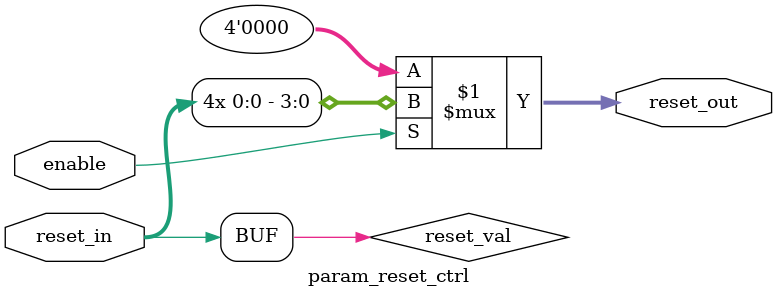
<source format=sv>
module param_reset_ctrl #(
    parameter WIDTH = 4,
    parameter ACTIVE_HIGH = 1
)(
    input wire reset_in,
    input wire enable,
    output wire [WIDTH-1:0] reset_out
);
    wire reset_val = ACTIVE_HIGH ? reset_in : ~reset_in;
    assign reset_out = enable ? {WIDTH{reset_val}} : {WIDTH{1'b0}};
endmodule
</source>
